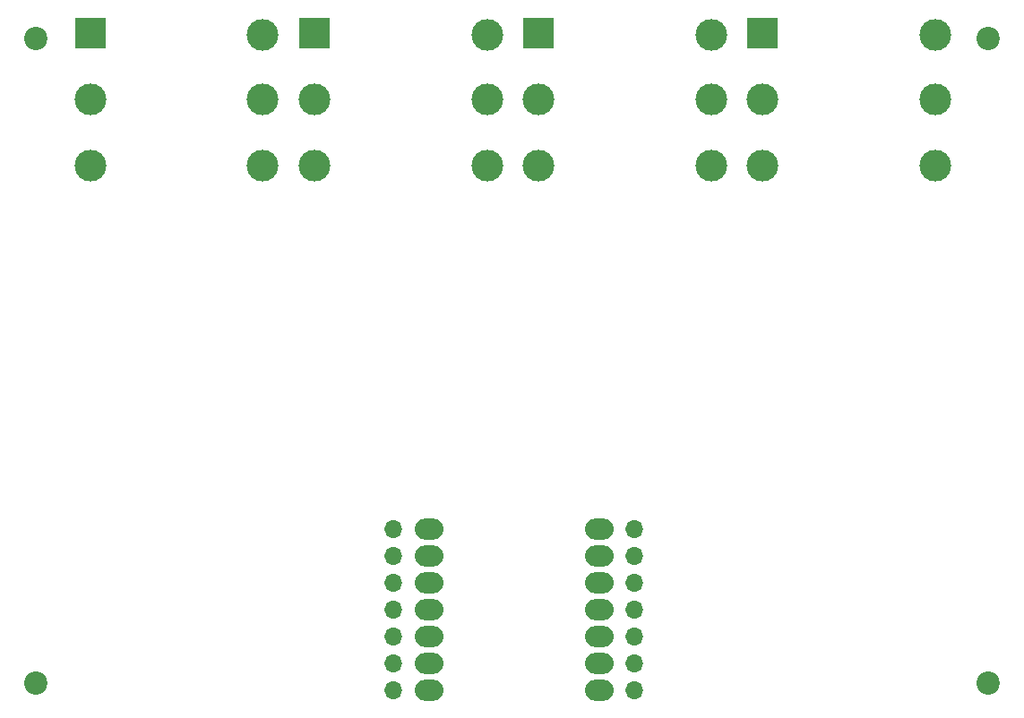
<source format=gbr>
%TF.GenerationSoftware,KiCad,Pcbnew,(7.0.0)*%
%TF.CreationDate,2023-02-28T10:18:03+09:00*%
%TF.ProjectId,footcon,666f6f74-636f-46e2-9e6b-696361645f70,0.10*%
%TF.SameCoordinates,Original*%
%TF.FileFunction,Soldermask,Top*%
%TF.FilePolarity,Negative*%
%FSLAX46Y46*%
G04 Gerber Fmt 4.6, Leading zero omitted, Abs format (unit mm)*
G04 Created by KiCad (PCBNEW (7.0.0)) date 2023-02-28 10:18:03*
%MOMM*%
%LPD*%
G01*
G04 APERTURE LIST*
%ADD10R,3.000000X3.000000*%
%ADD11C,3.000000*%
%ADD12C,2.200000*%
%ADD13O,1.700000X1.700000*%
%ADD14O,2.700000X2.000000*%
G04 APERTURE END LIST*
D10*
%TO.C,J4*%
X169116667Y-72899999D03*
D11*
X169116668Y-79200000D03*
X169116668Y-85500000D03*
X185416668Y-73100000D03*
X185416668Y-79200000D03*
X185416668Y-85500000D03*
%TD*%
D10*
%TO.C,J1*%
X105586667Y-72899999D03*
D11*
X105586668Y-79200000D03*
X105586668Y-85500000D03*
X121886668Y-73100000D03*
X121886668Y-79200000D03*
X121886668Y-85500000D03*
%TD*%
D12*
%TO.C,REF\u002A\u002A*%
X100456668Y-73400000D03*
%TD*%
%TO.C,REF\u002A\u002A*%
X190456668Y-73400000D03*
%TD*%
D13*
%TO.C,REF\u002A\u002A*%
X157036667Y-135074999D03*
X157036667Y-132534999D03*
X157036667Y-129994999D03*
X157036667Y-127454999D03*
X157036667Y-124914999D03*
X157036667Y-122374999D03*
X157036667Y-119834999D03*
%TD*%
D10*
%TO.C,J2*%
X126783333Y-72899999D03*
D11*
X126783334Y-79200000D03*
X126783334Y-85500000D03*
X143083334Y-73100000D03*
X143083334Y-79200000D03*
X143083334Y-85500000D03*
%TD*%
D10*
%TO.C,J3*%
X147949999Y-72899999D03*
D11*
X147950000Y-79200000D03*
X147950000Y-85500000D03*
X164250000Y-73100000D03*
X164250000Y-79200000D03*
X164250000Y-85500000D03*
%TD*%
D12*
%TO.C,REF\u002A\u002A*%
X190456668Y-134400000D03*
%TD*%
D14*
%TO.C,U1*%
X153656667Y-135079999D03*
X153656667Y-132539999D03*
X153656667Y-129999999D03*
X153656667Y-127459999D03*
X153656667Y-124919999D03*
X153656667Y-122379999D03*
X153656667Y-119839999D03*
X137576667Y-119839999D03*
X137576667Y-122379999D03*
X137576667Y-124919999D03*
X137576667Y-127459999D03*
X137576667Y-129999999D03*
X137576667Y-132539999D03*
X137576667Y-135079999D03*
%TD*%
D13*
%TO.C,REF\u002A\u002A*%
X134186667Y-119834999D03*
X134186667Y-122374999D03*
X134186667Y-124914999D03*
X134186667Y-127454999D03*
X134186667Y-129994999D03*
X134186667Y-132534999D03*
X134186667Y-135074999D03*
%TD*%
D12*
%TO.C,REF\u002A\u002A*%
X100456668Y-134400000D03*
%TD*%
M02*

</source>
